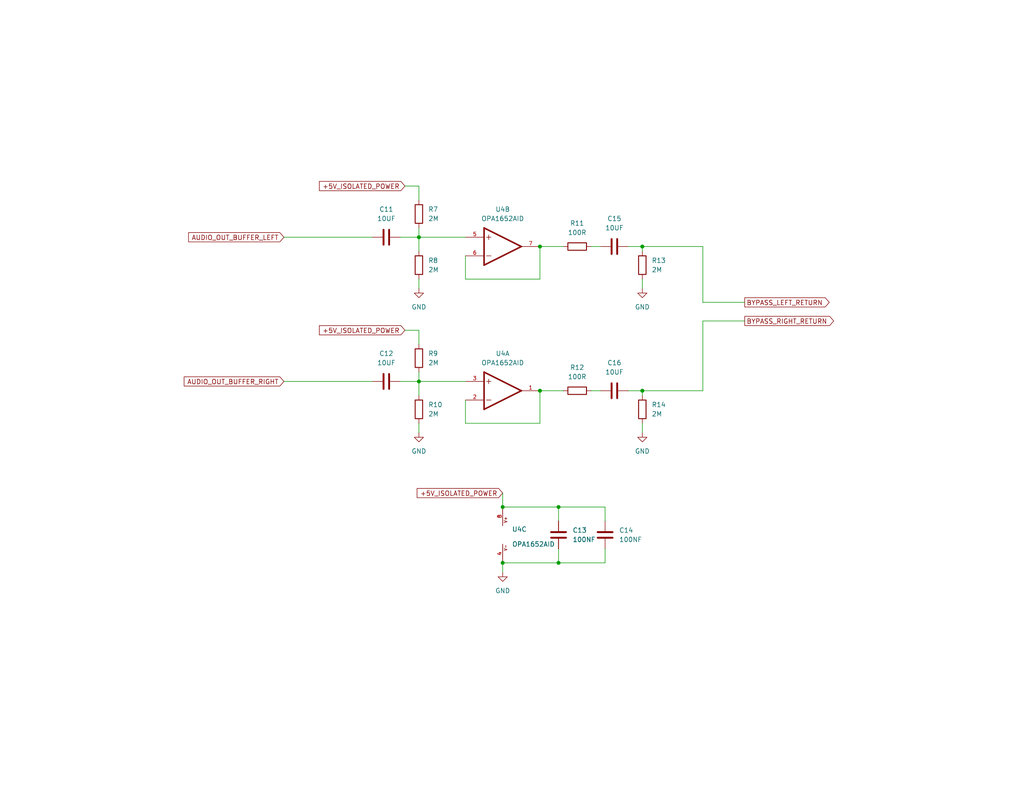
<source format=kicad_sch>
(kicad_sch (version 20211123) (generator eeschema)
  (paper "USLetter")
  (title_block (title "Daisy Seed Guitar Pedal 125B") (date "2023-01-27") (rev "1") (company "Made by Keith Shepherd (kshep@mac.com)") (comment 1 "https://github.com/electro-smith/Hardware/blob/master/reference/daisy_petal/") (comment 2 "Schematic from the Electro-Smith Daisy Petal Reference Hardware Rev 5"))
  (lib_symbols
    (symbol "Device:C" (pin_numbers hide) (pin_names (offset 0.254))
      (property "Reference" "C" (at 0.635 2.54 0))
      (property "Value" "C" (at 0.635 -2.54 0))
      (symbol "C_0_1"
        (polyline (pts (xy -2.032 -0.762) (xy 2.032 -0.762)) (stroke (width 0.508)))
        (polyline (pts (xy -2.032 0.762) (xy 2.032 0.762)) (stroke (width 0.508)))
      )
      (symbol "C_1_1"
        (pin passive line (at 0 3.81 270) (length 2.794) (name "~") (number "1"))
        (pin passive line (at 0 -3.81 90) (length 2.794) (name "~") (number "2"))
      )
    )
    (symbol "Device:R" (pin_numbers hide) (pin_names (offset 0))
      (property "Reference" "R" (at 2.032 0 90))
      (property "Value" "R" (at 0 0 90))
      (symbol "R_0_1"
        (rectangle (start -1.016 -2.54) (end 1.016 2.54) (stroke (width 0.254)))
      )
      (symbol "R_1_1"
        (pin passive line (at 0 3.81 270) (length 1.27) (name "~") (number "1"))
        (pin passive line (at 0 -3.81 90) (length 1.27) (name "~") (number "2"))
      )
    )
    (symbol "OPA1652AID:OPA1652AID" (pin_names (offset 1.016))
      (property "Reference" "U" (at 5.08 3.175 0))
      (property "Value" "OPA1652AID" (at 5.08 -5.08 0))
      (symbol "OPA1652AID_1_0"
        (polyline (pts (xy -2.54 -5.08) (xy -2.54 5.08)) (stroke (width 0.4064)))
        (polyline (pts (xy -2.54 5.08) (xy 7.62 0)) (stroke (width 0.4064)))
        (polyline (pts (xy -1.905 -2.54) (xy -0.635 -2.54)) (stroke (width 0.1524)))
        (polyline (pts (xy -1.905 2.54) (xy -0.635 2.54)) (stroke (width 0.1524)))
        (polyline (pts (xy -1.27 1.905) (xy -1.27 3.175)) (stroke (width 0.1524)))
        (polyline (pts (xy 7.62 0) (xy -2.54 -5.08)) (stroke (width 0.4064)))
        (pin output line (at 12.7 0 180) (length 5.08) (name "~") (number "1"))
        (pin input line (at -7.62 -2.54 0) (length 5.08) (name "~") (number "2"))
        (pin input line (at -7.62 2.54 0) (length 5.08) (name "~") (number "3"))
      )
      (symbol "OPA1652AID_2_0"
        (polyline (pts (xy -2.54 -5.08) (xy -2.54 5.08)) (stroke (width 0.4064)))
        (polyline (pts (xy -2.54 -5.08) (xy 7.62 0)) (stroke (width 0.4064)))
        (polyline (pts (xy -1.905 -2.54) (xy -0.635 -2.54)) (stroke (width 0.1524)))
        (polyline (pts (xy -1.905 2.54) (xy -0.635 2.54)) (stroke (width 0.1524)))
        (polyline (pts (xy -1.27 1.905) (xy -1.27 3.175)) (stroke (width 0.1524)))
        (polyline (pts (xy 7.62 0) (xy -2.54 5.08)) (stroke (width 0.4064)))
        (pin input line (at -7.62 2.54 0) (length 5.08) (name "~") (number "5"))
        (pin input line (at -7.62 -2.54 0) (length 5.08) (name "~") (number "6"))
        (pin output line (at 12.7 0 180) (length 5.08) (name "~") (number "7"))
      )
      (symbol "OPA1652AID_3_0"
        (text "V+" (at 3.81 3.175 900) (effects (font (size 0.8128 0.8128)) (justify left bottom)))
        (text "V-" (at 3.81 -4.445 900) (effects (font (size 0.8128 0.8128)) (justify left bottom)))
        (pin power_in line (at 2.54 -7.62 90) (length 5.08) (name "~") (number "4"))
        (pin power_in line (at 2.54 7.62 270) (length 5.08) (name "~") (number "8"))
      )
    )
    (symbol "power:GND" (power) (pin_names (offset 0))
      (property "Value" "GND" (at 0 -3.81 0))
      (symbol "GND_0_1"
        (polyline (pts (xy 0 0) (xy 0 -1.27) (xy 1.27 -1.27) (xy 0 -2.54) (xy -1.27 -1.27) (xy 0 -1.27)))
      )
      (symbol "GND_1_1"
        (pin power_in line (at 0 0 270) (length 0) hide (name "GND") (number "1"))
      )
    )
  )
  (junction (at 137.16 153.67))
  (junction (at 175.26 106.68))
  (junction (at 152.4 153.67))
  (junction (at 175.26 67.31))
  (junction (at 114.3 104.14))
  (junction (at 137.16 138.43))
  (junction (at 114.3 64.77))
  (junction (at 147.32 67.31))
  (junction (at 147.32 106.68))
  (junction (at 152.4 138.43))
  (wire (pts (xy 171.45 106.68) (xy 175.26 106.68)))
  (wire (pts (xy 165.1 138.43) (xy 165.1 142.24)))
  (wire (pts (xy 137.16 134.62) (xy 137.16 138.43)))
  (wire (pts (xy 161.29 67.31) (xy 163.83 67.31)))
  (wire (pts (xy 114.3 104.14) (xy 114.3 107.95)))
  (wire (pts (xy 114.3 115.57) (xy 114.3 118.11)))
  (wire (pts (xy 114.3 64.77) (xy 114.3 62.23)))
  (wire (pts (xy 127 69.85) (xy 127 76.2)))
  (wire (pts (xy 147.32 76.2) (xy 127 76.2)))
  (wire (pts (xy 114.3 64.77) (xy 127 64.77)))
  (wire (pts (xy 114.3 54.61) (xy 114.3 50.8)))
  (wire (pts (xy 152.4 153.67) (xy 165.1 153.67)))
  (wire (pts (xy 165.1 149.86) (xy 165.1 153.67)))
  (wire (pts (xy 175.26 106.68) (xy 191.77 106.68)))
  (wire (pts (xy 191.77 82.55) (xy 203.2 82.55)))
  (wire (pts (xy 114.3 104.14) (xy 127 104.14)))
  (wire (pts (xy 175.26 115.57) (xy 175.26 118.11)))
  (wire (pts (xy 161.29 106.68) (xy 163.83 106.68)))
  (wire (pts (xy 191.77 67.31) (xy 191.77 82.55)))
  (wire (pts (xy 175.26 76.2) (xy 175.26 78.74)))
  (wire (pts (xy 110.49 50.8) (xy 114.3 50.8)))
  (wire (pts (xy 114.3 76.2) (xy 114.3 78.74)))
  (wire (pts (xy 137.16 138.43) (xy 152.4 138.43)))
  (wire (pts (xy 171.45 67.31) (xy 175.26 67.31)))
  (wire (pts (xy 137.16 153.67) (xy 152.4 153.67)))
  (wire (pts (xy 110.49 90.17) (xy 114.3 90.17)))
  (wire (pts (xy 127 109.22) (xy 127 115.57)))
  (wire (pts (xy 175.26 106.68) (xy 175.26 107.95)))
  (wire (pts (xy 77.47 64.77) (xy 101.6 64.77)))
  (wire (pts (xy 152.4 138.43) (xy 152.4 142.24)))
  (wire (pts (xy 175.26 67.31) (xy 175.26 68.58)))
  (wire (pts (xy 152.4 138.43) (xy 165.1 138.43)))
  (wire (pts (xy 147.32 106.68) (xy 153.67 106.68)))
  (wire (pts (xy 109.22 104.14) (xy 114.3 104.14)))
  (wire (pts (xy 175.26 67.31) (xy 191.77 67.31)))
  (wire (pts (xy 109.22 64.77) (xy 114.3 64.77)))
  (wire (pts (xy 152.4 149.86) (xy 152.4 153.67)))
  (wire (pts (xy 191.77 106.68) (xy 191.77 87.63)))
  (wire (pts (xy 114.3 64.77) (xy 114.3 68.58)))
  (wire (pts (xy 114.3 104.14) (xy 114.3 101.6)))
  (wire (pts (xy 147.32 67.31) (xy 153.67 67.31)))
  (wire (pts (xy 137.16 153.67) (xy 137.16 156.21)))
  (wire (pts (xy 147.32 115.57) (xy 127 115.57)))
  (wire (pts (xy 147.32 67.31) (xy 147.32 76.2)))
  (wire (pts (xy 191.77 87.63) (xy 203.2 87.63)))
  (wire (pts (xy 114.3 93.98) (xy 114.3 90.17)))
  (wire (pts (xy 77.47 104.14) (xy 101.6 104.14)))
  (wire (pts (xy 147.32 106.68) (xy 147.32 115.57)))
  (global_label "+5V_ISOLATED_POWER" (shape input) (at 110.49 50.8 180) (property "Intersheet References" "${INTERSHEET_REFS}" (effects hide)))
  (global_label "AUDIO_OUT_BUFFER_RIGHT" (shape input) (at 77.47 104.14 180) (property "Intersheet References" "${INTERSHEET_REFS}" (effects hide)))
  (global_label "+5V_ISOLATED_POWER" (shape input) (at 137.16 134.62 180) (property "Intersheet References" "${INTERSHEET_REFS}" (effects hide)))
  (global_label "BYPASS_RIGHT_RETURN" (shape output) (at 203.2 87.63 0) (property "Intersheet References" "${INTERSHEET_REFS}" (effects hide)))
  (global_label "AUDIO_OUT_BUFFER_LEFT" (shape input) (at 77.47 64.77 180) (property "Intersheet References" "${INTERSHEET_REFS}" (effects hide)))
  (global_label "+5V_ISOLATED_POWER" (shape input) (at 110.49 90.17 180) (property "Intersheet References" "${INTERSHEET_REFS}" (effects hide)))
  (global_label "BYPASS_LEFT_RETURN" (shape output) (at 203.2 82.55 0) (property "Intersheet References" "${INTERSHEET_REFS}" (effects hide)))
  (symbol (lib_id "power:GND") (at 175.26 118.11 0) (unit 1)
    (property "Reference" "#PWR017" (effects hide))
    (property "Value" "GND" (at 175.26 123.19 0))
  )
  (symbol (lib_id "Device:R") (at 114.3 111.76 0) (unit 1)
    (property "Reference" "R10" (at 116.84 110.4899 0) (effects (justify left)))
    (property "Value" "2M" (at 116.84 113.0299 0) (effects (justify left)))
    (property "Footprint" "Resistor_SMD:R_0805_2012Metric" (effects hide))
  )
  (symbol (lib_id "Device:C") (at 105.41 64.77 270) (unit 1)
    (property "Reference" "C11" (at 105.41 57.15 90))
    (property "Value" "10UF" (at 105.41 59.69 90))
    (property "Footprint" "Capacitor_SMD:C_0805_2012Metric" (effects hide))
  )
  (symbol (lib_id "OPA1652AID:OPA1652AID") (at 134.62 106.68 0) (unit 1)
    (property "Reference" "U4" (at 137.16 96.52 0))
    (property "Value" "OPA1652AID" (at 137.16 99.06 0))
    (property "Footprint" "Package_SO:SOIC-8_3.9x4.9mm_P1.27mm" (effects hide))
    (property "STANDARD" "IPC 7351B" (effects hide))
    (property "PARTREV" "B" (effects hide))
    (property "MANUFACTURER" "Texas Instruments" (effects hide))
    (property "SNAPEDA_PACKAGE_ID" "10438" (effects hide))
    (property "MAXIMUM_PACKAGE_HEIGHT" "1.75mm" (effects hide))
  )
  (symbol (lib_id "Device:C") (at 165.1 146.05 0) (unit 1)
    (property "Reference" "C14" (at 168.91 144.7799 0) (effects (justify left)))
    (property "Value" "100NF" (at 168.91 147.3199 0) (effects (justify left)))
    (property "Footprint" "Capacitor_SMD:C_0805_2012Metric" (effects hide))
  )
  (symbol (lib_id "power:GND") (at 175.26 78.74 0) (unit 1)
    (property "Reference" "#PWR016" (effects hide))
    (property "Value" "GND" (at 175.26 83.82 0))
  )
  (symbol (lib_id "Device:R") (at 114.3 72.39 0) (unit 1)
    (property "Reference" "R8" (at 116.84 71.1199 0) (effects (justify left)))
    (property "Value" "2M" (at 116.84 73.6599 0) (effects (justify left)))
    (property "Footprint" "Resistor_SMD:R_0805_2012Metric" (effects hide))
  )
  (symbol (lib_id "Device:R") (at 114.3 97.79 0) (unit 1)
    (property "Reference" "R9" (at 116.84 96.5199 0) (effects (justify left)))
    (property "Value" "2M" (at 116.84 99.0599 0) (effects (justify left)))
    (property "Footprint" "Resistor_SMD:R_0805_2012Metric" (effects hide))
  )
  (symbol (lib_id "Device:R") (at 114.3 58.42 0) (unit 1)
    (property "Reference" "R7" (at 116.84 57.1499 0) (effects (justify left)))
    (property "Value" "2M" (at 116.84 59.6899 0) (effects (justify left)))
    (property "Footprint" "Resistor_SMD:R_0805_2012Metric" (effects hide))
  )
  (symbol (lib_id "power:GND") (at 114.3 78.74 0) (unit 1)
    (property "Reference" "#PWR013" (effects hide))
    (property "Value" "GND" (at 114.3 83.82 0))
  )
  (symbol (lib_id "OPA1652AID:OPA1652AID") (at 134.62 146.05 0) (unit 3)
    (property "Reference" "U4" (at 139.7 144.5126 0) (effects (justify left)))
    (property "Value" "OPA1652AID" (at 139.7 148.59 0) (effects (justify left)))
    (property "Footprint" "Package_SO:SOIC-8_3.9x4.9mm_P1.27mm" (effects hide))
    (property "STANDARD" "IPC 7351B" (effects hide))
    (property "PARTREV" "B" (effects hide))
    (property "MANUFACTURER" "Texas Instruments" (effects hide))
    (property "SNAPEDA_PACKAGE_ID" "10438" (effects hide))
    (property "MAXIMUM_PACKAGE_HEIGHT" "1.75mm" (effects hide))
  )
  (symbol (lib_id "Device:C") (at 167.64 67.31 90) (unit 1)
    (property "Reference" "C15" (at 167.64 59.69 90))
    (property "Value" "10UF" (at 167.64 62.23 90))
    (property "Footprint" "Capacitor_SMD:C_0805_2012Metric" (effects hide))
  )
  (symbol (lib_id "OPA1652AID:OPA1652AID") (at 134.62 67.31 0) (unit 2)
    (property "Reference" "U4" (at 137.16 57.15 0))
    (property "Value" "OPA1652AID" (at 137.16 59.69 0))
    (property "Footprint" "Package_SO:SOIC-8_3.9x4.9mm_P1.27mm" (effects hide))
    (property "STANDARD" "IPC 7351B" (effects hide))
    (property "PARTREV" "B" (effects hide))
    (property "MANUFACTURER" "Texas Instruments" (effects hide))
    (property "SNAPEDA_PACKAGE_ID" "10438" (effects hide))
    (property "MAXIMUM_PACKAGE_HEIGHT" "1.75mm" (effects hide))
  )
  (symbol (lib_id "power:GND") (at 114.3 118.11 0) (unit 1)
    (property "Reference" "#PWR014" (effects hide))
    (property "Value" "GND" (at 114.3 123.19 0))
  )
  (symbol (lib_id "Device:C") (at 167.64 106.68 90) (unit 1)
    (property "Reference" "C16" (at 167.64 99.06 90))
    (property "Value" "10UF" (at 167.64 101.6 90))
    (property "Footprint" "Capacitor_SMD:C_0805_2012Metric" (effects hide))
  )
  (symbol (lib_id "Device:R") (at 157.48 67.31 90) (unit 1)
    (property "Reference" "R11" (at 157.48 60.96 90))
    (property "Value" "100R" (at 157.48 63.5 90))
    (property "Footprint" "Resistor_SMD:R_0805_2012Metric" (effects hide))
  )
  (symbol (lib_id "power:GND") (at 137.16 156.21 0) (unit 1)
    (property "Reference" "#PWR015" (effects hide))
    (property "Value" "GND" (at 137.16 161.29 0))
  )
  (symbol (lib_id "Device:R") (at 157.48 106.68 90) (unit 1)
    (property "Reference" "R12" (at 157.48 100.33 90))
    (property "Value" "100R" (at 157.48 102.87 90))
    (property "Footprint" "Resistor_SMD:R_0805_2012Metric" (effects hide))
  )
  (symbol (lib_id "Device:C") (at 105.41 104.14 270) (unit 1)
    (property "Reference" "C12" (at 105.41 96.52 90))
    (property "Value" "10UF" (at 105.41 99.06 90))
    (property "Footprint" "Capacitor_SMD:C_0805_2012Metric" (effects hide))
  )
  (symbol (lib_id "Device:R") (at 175.26 72.39 0) (unit 1)
    (property "Reference" "R13" (at 177.8 71.1199 0) (effects (justify left)))
    (property "Value" "2M" (at 177.8 73.6599 0) (effects (justify left)))
    (property "Footprint" "Resistor_SMD:R_0805_2012Metric" (effects hide))
  )
  (symbol (lib_id "Device:R") (at 175.26 111.76 0) (unit 1)
    (property "Reference" "R14" (at 177.8 110.4899 0) (effects (justify left)))
    (property "Value" "2M" (at 177.8 113.0299 0) (effects (justify left)))
    (property "Footprint" "Resistor_SMD:R_0805_2012Metric" (effects hide))
  )
  (symbol (lib_id "Device:C") (at 152.4 146.05 0) (unit 1)
    (property "Reference" "C13" (at 156.21 144.7799 0) (effects (justify left)))
    (property "Value" "100NF" (at 156.21 147.3199 0) (effects (justify left)))
    (property "Footprint" "Capacitor_SMD:C_0805_2012Metric" (effects hide))
  )
)
</source>
